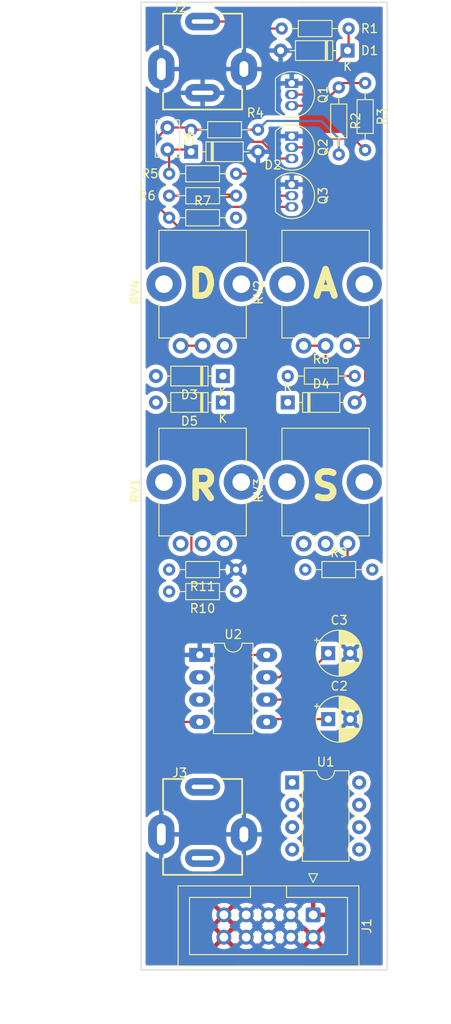
<source format=kicad_pcb>
(kicad_pcb (version 20211014) (generator pcbnew)
  (layers (0 "F.Cu" signal) (31 "B.Cu" signal) (34 "B.Paste" user) (35 "F.Paste" user) (36 "B.SilkS" user "B.Silkscreen") (37 "F.SilkS" user "F.Silkscreen") (38 "B.Mask" user) (39 "F.Mask" user) (44 "Edge.Cuts" user))
  (net 0 "")
  (net 1 "Net-(C1-Pad2)")
  (net 2 "GND")
  (net 3 "Net-(D3-Pad1)")
  (net 4 "Net-(D4-Pad2)")
  (net 5 "Net-(D5-Pad1)")
  (net 6 "-12V")
  (net 7 "+12V")
  (net 9 "Net-(Q1-Pad3)")
  (net 10 "Net-(Q2-Pad2)")
  (net 11 "Net-(Q3-Pad2)")
  (net 12 "Net-(R9-Pad1)")
  (net 13 "Net-(D6-Pad1)")
  (net 16 "/RES")
  (net 17 "/CV")
  (net 18 "/THR")
  (net 19 "/BUFA")
  (net 20 "/IN")
  (net 21 "/OUT")
  (net 22 "/TR")
  (net 23 "/QO")
  (net 24 "/LOOP1")
  (net 25 "/DIS")
  (net 26 "/SUSPOT")
  (net 27 "/REL")
  (net 28 "/ATT")
  (net 29 "/DEC")
  (footprint "Diode_THT:D_DO-35_SOD27_P7.62mm_Horizontal" (layer "F.Cu") (at 9.31 45.5 180)
    (fp_text reference "D5" (at 3.81 -2.12) (layer "F.SilkS"))
    (fp_text value "1N4148")
    (fp_text user "K" (at 0 -1.8) (layer "F.SilkS"))
    (pad "1" thru_hole rect (at 0 0 180) (size 1.6 1.6) (drill 0.8) (layers *.Cu *.Mask) (net 5 "Net-(D5-Pad1)"))
    (pad "2" thru_hole oval (at 7.62 0 180) (size 1.6 1.6) (drill 0.8) (layers *.Cu *.Mask) (net 18 "/THR"))
  )
  (footprint "Connector_IDC:IDC-Header_2x05_P2.54mm_Vertical" (layer "F.Cu") (at 19.58 103.7475 -90)
    (fp_text reference "J1" (at 1.27 -6.1 90) (layer "F.SilkS"))
    (fp_text value "Conn_02x05")
    (pad "1" thru_hole roundrect (at 0 0 270) (size 1.7 1.7) (drill 1) (layers *.Cu *.Mask) (roundrect_rratio 0.147059) (net 6 "-12V"))
    (pad "2" thru_hole circle (at 2.54 0 270) (size 1.7 1.7) (drill 1) (layers *.Cu *.Mask) (net 6 "-12V"))
    (pad "3" thru_hole circle (at 0 2.54 270) (size 1.7 1.7) (drill 1) (layers *.Cu *.Mask) (net 2 "GND"))
    (pad "4" thru_hole circle (at 2.54 2.54 270) (size 1.7 1.7) (drill 1) (layers *.Cu *.Mask) (net 2 "GND"))
    (pad "5" thru_hole circle (at 0 5.08 270) (size 1.7 1.7) (drill 1) (layers *.Cu *.Mask) (net 2 "GND"))
    (pad "6" thru_hole circle (at 2.54 5.08 270) (size 1.7 1.7) (drill 1) (layers *.Cu *.Mask) (net 2 "GND"))
    (pad "7" thru_hole circle (at 0 7.62 270) (size 1.7 1.7) (drill 1) (layers *.Cu *.Mask) (net 2 "GND"))
    (pad "8" thru_hole circle (at 2.54 7.62 270) (size 1.7 1.7) (drill 1) (layers *.Cu *.Mask) (net 2 "GND"))
    (pad "9" thru_hole circle (at 0 10.16 270) (size 1.7 1.7) (drill 1) (layers *.Cu *.Mask) (net 7 "+12V"))
    (pad "10" thru_hole circle (at 2.54 10.16 270) (size 1.7 1.7) (drill 1) (layers *.Cu *.Mask) (net 7 "+12V"))
  )
  (footprint "Potentiometer_THT:Potentiometer_Bourns_PTV09A-1_Single_Vertical" (layer "F.Cu") (at 23.5 61.55 90)
    (fp_text reference "RV3" (at 6.05 -10.15 90) (layer "F.SilkS"))
    (fp_text value "10K")
    (pad "" np_thru_hole circle (at 7 -6.9 90) (size 4 4) (drill 2) (layers *.Cu *.Mask))
    (pad "" np_thru_hole circle (at 7 1.9 90) (size 4 4) (drill 2) (layers *.Cu *.Mask))
    (pad "1" thru_hole circle (at 0 0 90) (size 1.8 1.8) (drill 1) (layers *.Cu *.Mask) (net 25 "/DIS"))
    (pad "2" thru_hole circle (at 0 -2.5 90) (size 1.8 1.8) (drill 1) (layers *.Cu *.Mask) (net 26 "/SUSPOT"))
    (pad "3" thru_hole circle (at 0 -5 90) (size 1.8 1.8) (drill 1) (layers *.Cu *.Mask) (net 12 "Net-(R9-Pad1)"))
  )
  (footprint "Resistor_THT:R_Axial_DIN0204_L3.6mm_D1.6mm_P7.62mm_Horizontal" (layer "F.Cu") (at 22.5 9.69 -90)
    (fp_text reference "R2" (at 3.81 -1.92 90) (layer "F.SilkS"))
    (fp_text value "4.7K")
    (pad "1" thru_hole circle (at 0 0 270) (size 1.4 1.4) (drill 0.7) (layers *.Cu *.Mask) (net 9 "Net-(Q1-Pad3)"))
    (pad "2" thru_hole oval (at 7.62 0 270) (size 1.4 1.4) (drill 0.7) (layers *.Cu *.Mask) (net 7 "+12V"))
  )
  (footprint "Diode_THT:D_DO-35_SOD27_P7.62mm_Horizontal" (layer "F.Cu") (at 16.69 45.5)
    (fp_text reference "D4" (at 3.81 -2.12) (layer "F.SilkS"))
    (fp_text value "1N4148")
    (fp_text user "K" (at 0 -1.8) (layer "F.SilkS"))
    (pad "1" thru_hole rect (at 0 0) (size 1.6 1.6) (drill 0.8) (layers *.Cu *.Mask) (net 18 "/THR"))
    (pad "2" thru_hole oval (at 7.62 0) (size 1.6 1.6) (drill 0.8) (layers *.Cu *.Mask) (net 4 "Net-(D4-Pad2)"))
  )
  (footprint "Package_TO_SOT_THT:TO-92_Inline" (layer "F.Cu") (at 17.14 15.23 -90)
    (fp_text reference "Q2" (at 1.27 -3.56 90) (layer "F.SilkS"))
    (fp_text value "2N3904")
    (pad "1" thru_hole rect (at 0 0 270) (size 1.05 1.5) (drill 0.75) (layers *.Cu *.Mask) (net 2 "GND"))
    (pad "2" thru_hole oval (at 1.27 0 270) (size 1.05 1.5) (drill 0.75) (layers *.Cu *.Mask) (net 10 "Net-(Q2-Pad2)"))
    (pad "3" thru_hole oval (at 2.54 0 270) (size 1.05 1.5) (drill 0.75) (layers *.Cu *.Mask) (net 16 "/RES"))
  )
  (footprint "Capacitor_THT:C_Rect_L4.0mm_W2.5mm_P2.50mm" (layer "F.Cu") (at 3 14.25 -90)
    (fp_text reference "C1" (at 1.25 -2.5 90) (layer "F.SilkS"))
    (fp_text value "0.1uF")
    (pad "1" thru_hole circle (at 0 0 270) (size 1.6 1.6) (drill 0.8) (layers *.Cu *.Mask) (net 16 "/RES"))
    (pad "2" thru_hole circle (at 2.5 0 270) (size 1.6 1.6) (drill 0.8) (layers *.Cu *.Mask) (net 1 "Net-(C1-Pad2)"))
  )
  (footprint "Resistor_THT:R_Axial_DIN0204_L3.6mm_D1.6mm_P7.62mm_Horizontal" (layer "F.Cu") (at 3.19 22)
    (fp_text reference "R6" (at -2.5 0) (layer "F.SilkS"))
    (fp_text value "4.7K")
    (pad "1" thru_hole circle (at 0 0) (size 1.4 1.4) (drill 0.7) (layers *.Cu *.Mask) (net 22 "/TR"))
    (pad "2" thru_hole oval (at 7.62 0) (size 1.4 1.4) (drill 0.7) (layers *.Cu *.Mask) (net 7 "+12V"))
  )
  (footprint "Resistor_THT:R_Axial_DIN0204_L3.6mm_D1.6mm_P7.62mm_Horizontal" (layer "F.Cu") (at 10.81 67 180)
    (fp_text reference "R10" (at 3.81 -1.92) (layer "F.SilkS"))
    (fp_text value "100")
    (pad "1" thru_hole circle (at 0 0 180) (size 1.4 1.4) (drill 0.7) (layers *.Cu *.Mask) (net 24 "/LOOP1"))
    (pad "2" thru_hole oval (at 7.62 0 180) (size 1.4 1.4) (drill 0.7) (layers *.Cu *.Mask) (net 29 "/DEC"))
  )
  (footprint "Potentiometer_THT:Potentiometer_Bourns_PTV09A-1_Single_Vertical" (layer "F.Cu") (at 9.5 39.05 90)
    (fp_text reference "RV4" (at 6.05 -10.15 90) (layer "F.SilkS"))
    (fp_text value "1M")
    (pad "" np_thru_hole circle (at 7 1.9 90) (size 4 4) (drill 2) (layers *.Cu *.Mask))
    (pad "" np_thru_hole circle (at 7 -6.9 90) (size 4 4) (drill 2) (layers *.Cu *.Mask))
    (pad "1" thru_hole circle (at 0 0 90) (size 1.8 1.8) (drill 1) (layers *.Cu *.Mask) (net 5 "Net-(D5-Pad1)"))
    (pad "2" thru_hole circle (at 0 -2.5 90) (size 1.8 1.8) (drill 1) (layers *.Cu *.Mask) (net 29 "/DEC"))
    (pad "3" thru_hole circle (at 0 -5 90) (size 1.8 1.8) (drill 1) (layers *.Cu *.Mask) (net 29 "/DEC"))
  )
  (footprint "Capacitor_THT:CP_Radial_D5.0mm_P2.50mm" (layer "F.Cu") (at 21.294888 81.5)
    (fp_text reference "C2" (at 1.25 -3.75) (layer "F.SilkS"))
    (fp_text value "10uF")
    (pad "1" thru_hole rect (at 0 0) (size 1.6 1.6) (drill 0.8) (layers *.Cu *.Mask) (net 17 "/CV"))
    (pad "2" thru_hole circle (at 2.5 0) (size 1.6 1.6) (drill 0.8) (layers *.Cu *.Mask) (net 2 "GND"))
  )
  (footprint "Resistor_THT:R_Axial_DIN0204_L3.6mm_D1.6mm_P7.62mm_Horizontal" (layer "F.Cu") (at 3.19 24.5)
    (fp_text reference "R7" (at 3.81 -1.92) (layer "F.SilkS"))
    (fp_text value "100")
    (pad "1" thru_hole circle (at 0 0) (size 1.4 1.4) (drill 0.7) (layers *.Cu *.Mask) (net 16 "/RES"))
    (pad "2" thru_hole oval (at 7.62 0) (size 1.4 1.4) (drill 0.7) (layers *.Cu *.Mask) (net 27 "/REL"))
  )
  (footprint "Potentiometer_THT:Potentiometer_Bourns_PTV09A-1_Single_Vertical" (layer "F.Cu") (at 23.5 39.05 90)
    (fp_text reference "RV2" (at 6.05 -10.15 90) (layer "F.SilkS"))
    (fp_text value "1M")
    (pad "" np_thru_hole circle (at 7 1.9 90) (size 4 4) (drill 2) (layers *.Cu *.Mask))
    (pad "" np_thru_hole circle (at 7 -6.9 90) (size 4 4) (drill 2) (layers *.Cu *.Mask))
    (pad "1" thru_hole circle (at 0 0 90) (size 1.8 1.8) (drill 1) (layers *.Cu *.Mask) (net 4 "Net-(D4-Pad2)"))
    (pad "2" thru_hole circle (at 0 -2.5 90) (size 1.8 1.8) (drill 1) (layers *.Cu *.Mask) (net 28 "/ATT"))
    (pad "3" thru_hole circle (at 0 -5 90) (size 1.8 1.8) (drill 1) (layers *.Cu *.Mask) (net 28 "/ATT"))
  )
  (footprint "Resistor_THT:R_Axial_DIN0204_L3.6mm_D1.6mm_P7.62mm_Horizontal" (layer "F.Cu") (at 10.81 64.5 180)
    (fp_text reference "R11" (at 3.81 -1.92) (layer "F.SilkS"))
    (fp_text value "10K")
    (pad "1" thru_hole circle (at 0 0 180) (size 1.4 1.4) (drill 0.7) (layers *.Cu *.Mask) (net 2 "GND"))
    (pad "2" thru_hole oval (at 7.62 0 180) (size 1.4 1.4) (drill 0.7) (layers *.Cu *.Mask) (net 13 "Net-(D6-Pad1)"))
  )
  (footprint "Diode_THT:D_DO-35_SOD27_P7.62mm_Horizontal" (layer "F.Cu") (at 9.31 42.5 180)
    (fp_text reference "D3" (at 3.81 -2.12) (layer "F.SilkS"))
    (fp_text value "1N4148")
    (fp_text user "K" (at 0 -1.8) (layer "F.SilkS"))
    (pad "1" thru_hole rect (at 0 0 180) (size 1.6 1.6) (drill 0.8) (layers *.Cu *.Mask) (net 3 "Net-(D3-Pad1)"))
    (pad "2" thru_hole oval (at 7.62 0 180) (size 1.6 1.6) (drill 0.8) (layers *.Cu *.Mask) (net 18 "/THR"))
  )
  (footprint "AudioJacks:Jack_3.5mm_QingPu_WQP-PJ301BM_Vertical" (layer "F.Cu") (at 7 94)
    (fp_text reference "J3" (at -2.6 -6.4) (layer "F.SilkS"))
    (fp_text value "PJ-301BM")
    (pad "S" thru_hole oval locked (at 4.7 0.6 90) (size 3.8 3) (drill oval 1.8 1) (layers *.Cu *.Mask) (net 2 "GND"))
    (pad "S" thru_hole oval locked (at -4.7 0.6 90) (size 4.5 3) (drill oval 2.5 1) (layers *.Cu *.Mask) (net 2 "GND"))
    (pad "T" thru_hole oval locked (at 0 -4.8) (size 4 2) (drill oval 2.5 0.5) (layers *.Cu *.Mask) (net 21 "/OUT"))
    (pad "TN" thru_hole oval locked (at 0 3.3) (size 4 2) (drill oval 2.5 0.5) (layers *.Cu *.Mask))
  )
  (footprint "Resistor_THT:R_Axial_DIN0204_L3.6mm_D1.6mm_P7.62mm_Horizontal" (layer "F.Cu") (at 16 3)
    (fp_text reference "R1" (at 10 0) (layer "F.SilkS"))
    (fp_text value "10K")
    (pad "1" thru_hole circle (at 0 0) (size 1.4 1.4) (drill 0.7) (layers *.Cu *.Mask) (net 20 "/IN"))
    (pad "2" thru_hole oval (at 7.62 0) (size 1.4 1.4) (drill 0.7) (layers *.Cu *.Mask) (net 19 "/BUFA"))
  )
  (footprint "Package_TO_SOT_THT:TO-92_Inline" (layer "F.Cu") (at 17.14 9.23 -90)
    (fp_text reference "Q1" (at 1.27 -3.56 90) (layer "F.SilkS"))
    (fp_text value "2N3904")
    (pad "1" thru_hole rect (at 0 0 270) (size 1.05 1.5) (drill 0.75) (layers *.Cu *.Mask) (net 2 "GND"))
    (pad "2" thru_hole oval (at 1.27 0 270) (size 1.05 1.5) (drill 0.75) (layers *.Cu *.Mask) (net 19 "/BUFA"))
    (pad "3" thru_hole oval (at 2.54 0 270) (size 1.05 1.5) (drill 0.75) (layers *.Cu *.Mask) (net 9 "Net-(Q1-Pad3)"))
  )
  (footprint "Package_DIP:DIP-8_W7.62mm_LongPads" (layer "F.Cu") (at 6.675 74.2)
    (fp_text reference "U2" (at 3.81 -2.33) (layer "F.SilkS"))
    (fp_text value "LM555N")
    (pad "1" thru_hole rect (at 0 0) (size 2.4 1.6) (drill 0.8) (layers *.Cu *.Mask) (net 2 "GND"))
    (pad "2" thru_hole oval (at 0 2.54) (size 2.4 1.6) (drill 0.8) (layers *.Cu *.Mask) (net 22 "/TR"))
    (pad "3" thru_hole oval (at 0 5.08) (size 2.4 1.6) (drill 0.8) (layers *.Cu *.Mask) (net 23 "/QO"))
    (pad "4" thru_hole oval (at 0 7.62) (size 2.4 1.6) (drill 0.8) (layers *.Cu *.Mask) (net 16 "/RES"))
    (pad "5" thru_hole oval (at 7.62 7.62) (size 2.4 1.6) (drill 0.8) (layers *.Cu *.Mask) (net 17 "/CV"))
    (pad "6" thru_hole oval (at 7.62 5.08) (size 2.4 1.6) (drill 0.8) (layers *.Cu *.Mask) (net 18 "/THR"))
    (pad "7" thru_hole oval (at 7.62 2.54) (size 2.4 1.6) (drill 0.8) (layers *.Cu *.Mask) (net 25 "/DIS"))
    (pad "8" thru_hole oval (at 7.62 0) (size 2.4 1.6) (drill 0.8) (layers *.Cu *.Mask) (net 7 "+12V"))
  )
  (footprint "Diode_THT:D_DO-35_SOD27_P7.62mm_Horizontal" (layer "F.Cu") (at 5.69 17)
    (fp_text reference "D2" (at 9.31 1.5) (layer "F.SilkS"))
    (fp_text value "1N4148")
    (fp_text user "K" (at 0 -1.8) (layer "F.SilkS"))
    (pad "1" thru_hole rect (at 0 0) (size 1.6 1.6) (drill 0.8) (layers *.Cu *.Mask) (net 1 "Net-(C1-Pad2)"))
    (pad "2" thru_hole oval (at 7.62 0) (size 1.6 1.6) (drill 0.8) (layers *.Cu *.Mask) (net 2 "GND"))
  )
  (footprint "Capacitor_THT:CP_Radial_D5.0mm_P2.50mm" (layer "F.Cu") (at 21.294888 74)
    (fp_text reference "C3" (at 1.25 -3.75) (layer "F.SilkS"))
    (fp_text value "1uF")
    (pad "1" thru_hole rect (at 0 0) (size 1.6 1.6) (drill 0.8) (layers *.Cu *.Mask) (net 18 "/THR"))
    (pad "2" thru_hole circle (at 2.5 0) (size 1.6 1.6) (drill 0.8) (layers *.Cu *.Mask) (net 2 "GND"))
  )
  (footprint "Resistor_THT:R_Axial_DIN0204_L3.6mm_D1.6mm_P7.62mm_Horizontal" (layer "F.Cu") (at 25.5 9.19 -90)
    (fp_text reference "R3" (at 3.81 -1.92 90) (layer "F.SilkS"))
    (fp_text value "22K")
    (pad "1" thru_hole circle (at 0 0 270) (size 1.4 1.4) (drill 0.7) (layers *.Cu *.Mask) (net 9 "Net-(Q1-Pad3)"))
    (pad "2" thru_hole oval (at 7.62 0 270) (size 1.4 1.4) (drill 0.7) (layers *.Cu *.Mask) (net 10 "Net-(Q2-Pad2)"))
  )
  (footprint "AudioJacks:Jack_3.5mm_QingPu_WQP-PJ301BM_Vertical" (layer "F.Cu") (at 7 7)
    (fp_text reference "J2" (at -2.6 -6.4) (layer "F.SilkS"))
    (fp_text value "PJ-301BM")
    (pad "S" thru_hole oval locked (at 4.7 0.6 90) (size 3.8 3) (drill oval 1.8 1) (layers *.Cu *.Mask) (net 2 "GND"))
    (pad "S" thru_hole oval locked (at -4.7 0.6 90) (size 4.5 3) (drill oval 2.5 1) (layers *.Cu *.Mask) (net 2 "GND"))
    (pad "T" thru_hole oval locked (at 0 -4.8) (size 4 2) (drill oval 2.5 0.5) (layers *.Cu *.Mask) (net 20 "/IN"))
    (pad "TN" thru_hole oval locked (at 0 3.3) (size 4 2) (drill oval 2.5 0.5) (layers *.Cu *.Mask) (net 2 "GND"))
  )
  (footprint "Resistor_THT:R_Axial_DIN0204_L3.6mm_D1.6mm_P7.62mm_Horizontal" (layer "F.Cu") (at 18.69 64.5)
    (fp_text reference "R9" (at 3.81 -1.92) (layer "F.SilkS"))
    (fp_text value "4.7K")
    (pad "1" thru_hole circle (at 0 0) (size 1.4 1.4) (drill 0.7) (layers *.Cu *.Mask) (net 12 "Net-(R9-Pad1)"))
    (pad "2" thru_hole oval (at 7.62 0) (size 1.4 1.4) (drill 0.7) (layers *.Cu *.Mask) (net 7 "+12V"))
  )
  (footprint "Diode_THT:D_DO-35_SOD27_P7.62mm_Horizontal" (layer "F.Cu") (at 23.5 5.5 180)
    (fp_text reference "D1" (at -2.5 0) (layer "F.SilkS"))
    (fp_text value "BAT41")
    (fp_text user "K" (at 0 -1.8) (layer "F.SilkS"))
    (pad "1" thru_hole rect (at 0 0 180) (size 1.6 1.6) (drill 0.8) (layers *.Cu *.Mask) (net 19 "/BUFA"))
    (pad "2" thru_hole oval (at 7.62 0 180) (size 1.6 1.6) (drill 0.8) (layers *.Cu *.Mask) (net 2 "GND"))
  )
  (footprint "Package_DIP:DIP-8_W7.62mm" (layer "F.Cu") (at 17.2 88.7)
    (fp_text reference "U1" (at 3.81 -2.33) (layer "F.SilkS"))
    (fp_text value "TL072")
    (pad "1" thru_hole rect (at 0 0) (size 1.6 1.6) (drill 0.8) (layers *.Cu *.Mask) (net 24 "/LOOP1"))
    (pad "2" thru_hole oval (at 0 2.54) (size 1.6 1.6) (drill 0.8) (layers *.Cu *.Mask) (net 24 "/LOOP1"))
    (pad "3" thru_hole oval (at 0 5.08) (size 1.6 1.6) (drill 0.8) (layers *.Cu *.Mask) (net 26 "/SUSPOT"))
    (pad "4" thru_hole oval (at 0 7.62) (size 1.6 1.6) (drill 0.8) (layers *.Cu *.Mask))
    (pad "5" thru_hole oval (at 7.62 7.62) (size 1.6 1.6) (drill 0.8) (layers *.Cu *.Mask) (net 18 "/THR"))
    (pad "6" thru_hole oval (at 7.62 5.08) (size 1.6 1.6) (drill 0.8) (layers *.Cu *.Mask) (net 21 "/OUT"))
    (pad "7" thru_hole oval (at 7.62 2.54) (size 1.6 1.6) (drill 0.8) (layers *.Cu *.Mask) (net 21 "/OUT"))
    (pad "8" thru_hole oval (at 7.62 0) (size 1.6 1.6) (drill 0.8) (layers *.Cu *.Mask))
  )
  (footprint "Resistor_THT:R_Axial_DIN0204_L3.6mm_D1.6mm_P7.62mm_Horizontal" (layer "F.Cu") (at 16.69 42.5)
    (fp_text reference "R8" (at 3.81 -1.92) (layer "F.SilkS"))
    (fp_text value "100")
    (pad "1" thru_hole circle (at 0 0) (size 1.4 1.4) (drill 0.7) (layers *.Cu *.Mask) (net 23 "/QO"))
    (pad "2" thru_hole oval (at 7.62 0) (size 1.4 1.4) (drill 0.7) (layers *.Cu *.Mask) (net 28 "/ATT"))
  )
  (footprint "Package_TO_SOT_THT:TO-92_Inline" (layer "F.Cu") (at 17.14 20.73 -90)
    (fp_text reference "Q3" (at 1.27 -3.56 90) (layer "F.SilkS"))
    (fp_text value "2N3904")
    (pad "1" thru_hole rect (at 0 0 270) (size 1.05 1.5) (drill 0.75) (layers *.Cu *.Mask) (net 2 "GND"))
    (pad "2" thru_hole oval (at 1.27 0 270) (size 1.05 1.5) (drill 0.75) (layers *.Cu *.Mask) (net 11 "Net-(Q3-Pad2)"))
    (pad "3" thru_hole oval (at 2.54 0 270) (size 1.05 1.5) (drill 0.75) (layers *.Cu *.Mask) (net 22 "/TR"))
  )
  (footprint "Potentiometer_THT:Potentiometer_Bourns_PTV09A-1_Single_Vertical" (layer "F.Cu") (at 9.5 61.55 90)
    (fp_text reference "RV1" (at 6.05 -10.15 90) (layer "F.SilkS"))
    (fp_text value "1M")
    (pad "" np_thru_hole circle (at 7 -6.9 90) (size 4 4) (drill 2) (layers *.Cu *.Mask))
    (pad "" np_thru_hole circle (at 7 1.9 90) (size 4 4) (drill 2) (layers *.Cu *.Mask))
    (pad "1" thru_hole circle (at 0 0 90) (size 1.8 1.8) (drill 1) (layers *.Cu *.Mask) (net 3 "Net-(D3-Pad1)"))
    (pad "2" thru_hole circle (at 0 -2.5 90) (size 1.8 1.8) (drill 1) (layers *.Cu *.Mask) (net 27 "/REL"))
    (pad "3" thru_hole circle (at 0 -5 90) (size 1.8 1.8) (drill 1) (layers *.Cu *.Mask) (net 27 "/REL"))
  )
  (footprint "Resistor_THT:R_Axial_DIN0204_L3.6mm_D1.6mm_P7.62mm_Horizontal" (layer "F.Cu") (at 5.69 14.5)
    (fp_text reference "R4" (at 7.31 -1.92) (layer "F.SilkS"))
    (fp_text value "4.7K")
    (pad "1" thru_hole circle (at 0 0) (size 1.4 1.4) (drill 0.7) (layers *.Cu *.Mask) (net 16 "/RES"))
    (pad "2" thru_hole oval (at 7.62 0) (size 1.4 1.4) (drill 0.7) (layers *.Cu *.Mask) (net 7 "+12V"))
  )
  (footprint "Resistor_THT:R_Axial_DIN0204_L3.6mm_D1.6mm_P7.62mm_Horizontal" (layer "F.Cu") (at 3.19 19.5)
    (fp_text reference "R5" (at -2.19 0) (layer "F.SilkS"))
    (fp_text value "10K")
    (pad "1" thru_hole circle (at 0 0) (size 1.4 1.4) (drill 0.7) (layers *.Cu *.Mask) (net 1 "Net-(C1-Pad2)"))
    (pad "2" thru_hole oval (at 7.62 0) (size 1.4 1.4) (drill 0.7) (layers *.Cu *.Mask) (net 11 "Net-(Q3-Pad2)"))
  )
  (gr_rect (start 0 0) (end 28 110) (layer "Edge.Cuts") (width 0.1) (fill none))
  (gr_text "A" (at 21 32) (layer "F.SilkS") (effects (font (size 3 3) (thickness 0.75))))
  (gr_text "S" (at 21 55) (layer "F.SilkS") (effects (font (size 3 3) (thickness 0.75))))
  (gr_text "R" (at 7 55) (layer "F.SilkS") (effects (font (size 3 3) (thickness 0.75))))
  (gr_text "D" (at 7 32) (layer "F.SilkS") (effects (font (size 3 3) (thickness 0.75))))
  (segment (start 3.19 19.5) (end 3.19 16.94) (width 0.25) (layer "F.Cu") (net 1))
  (segment (start 5.44 16.75) (end 5.69 17) (width 0.25) (layer "F.Cu") (net 1))
  (segment (start 3.19 16.94) (end 3 16.75) (width 0.25) (layer "F.Cu") (net 1))
  (segment (start 3 16.75) (end 5.44 16.75) (width 0.25) (layer "F.Cu") (net 1))
  (segment (start 25.5 39.5) (end 25.5 44.31) (width 0.25) (layer "F.Cu") (net 4))
  (segment (start 25.5 44.31) (end 24.31 45.5) (width 0.25) (layer "F.Cu") (net 4))
  (segment (start 25.05 39.05) (end 25.5 39.5) (width 0.25) (layer "F.Cu") (net 4))
  (segment (start 23.5 39.05) (end 25.05 39.05) (width 0.25) (layer "F.Cu") (net 4))
  (segment (start 13.31 14.5) (end 10.5 14.5) (width 0.25) (layer "F.Cu") (net 7))
  (segment (start 14.295 74.2) (end 10.8 74.2) (width 0.25) (layer "F.Cu") (net 7))
  (segment (start 10.8 74.2) (end 10.5 74.5) (width 0.25) (layer "F.Cu") (net 7))
  (segment (start 20.5 13.5) (end 14.31 13.5) (width 0.25) (layer "B.Cu") (net 7))
  (segment (start 22.5 15.5) (end 20.5 13.5) (width 0.25) (layer "B.Cu") (net 7))
  (segment (start 14.31 13.5) (end 13.31 14.5) (width 0.25) (layer "B.Cu") (net 7))
  (segment (start 22.5 17.31) (end 22.5 15.5) (width 0.25) (layer "B.Cu") (net 7))
  (segment (start 25.5 9.19) (end 23 9.19) (width 0.25) (layer "F.Cu") (net 9))
  (segment (start 20.42 11.77) (end 22.5 9.69) (width 0.25) (layer "F.Cu") (net 9))
  (segment (start 17.14 11.77) (end 20.42 11.77) (width 0.25) (layer "F.Cu") (net 9))
  (segment (start 23 9.19) (end 22.5 9.69) (width 0.25) (layer "F.Cu") (net 9))
  (segment (start 24.19 15.5) (end 25.5 16.81) (width 0.25) (layer "F.Cu") (net 10))
  (segment (start 20 16.5) (end 21 15.5) (width 0.25) (layer "F.Cu") (net 10))
  (segment (start 17.14 16.5) (end 20 16.5) (width 0.25) (layer "F.Cu") (net 10))
  (segment (start 21 15.5) (end 24.19 15.5) (width 0.25) (layer "F.Cu") (net 10))
  (segment (start 17.14 22) (end 15 22) (width 0.25) (layer "F.Cu") (net 11))
  (segment (start 15 22) (end 12.5 19.5) (width 0.25) (layer "F.Cu") (net 11))
  (segment (start 12.5 19.5) (end 10.81 19.5) (width 0.25) (layer "F.Cu") (net 11))
  (segment (start 17.14 17.77) (end 15.6703 17.77) (width 0.25) (layer "F.Cu") (net 16))
  (segment (start 5.724511 56.275489) (end 7 55) (width 0.25) (layer "F.Cu") (net 16))
  (segment (start 3.32 81.82) (end 2.5 81) (width 0.25) (layer "F.Cu") (net 16))
  (segment (start 3 36.5) (end 5.5 34) (width 0.25) (layer "F.Cu") (net 16))
  (segment (start 1 22.31) (end 1 16.25) (width 0.25) (layer "F.Cu") (net 16))
  (segment (start 3 14.25) (end 5.44 14.25) (width 0.25) (layer "F.Cu") (net 16))
  (segment (start 5.5 34) (end 5.5 26.81) (width 0.25) (layer "F.Cu") (net 16))
  (segment (start 7 55) (end 7 44.5) (width 0.25) (layer "F.Cu") (net 16))
  (segment (start 2.5 72.5) (end 5.724511 69.275489) (width 0.25) (layer "F.Cu") (net 16))
  (segment (start 5.724511 69.275489) (end 5.724511 56.275489) (width 0.25) (layer "F.Cu") (net 16))
  (segment (start 3.19 24.5) (end 1 22.31) (width 0.25) (layer "F.Cu") (net 16))
  (segment (start 7.5 14.5) (end 5.69 14.5) (width 0.25) (layer "F.Cu") (net 16))
  (segment (start 15.6703 17.77) (end 13.775789 15.875489) (width 0.25) (layer "F.Cu") (net 16))
  (segment (start 6.675 81.82) (end 3.32 81.82) (width 0.25) (layer "F.Cu") (net 16))
  (segment (start 2.5 81) (end 2.5 72.5) (width 0.25) (layer "F.Cu") (net 16))
  (segment (start 13.775789 15.875489) (end 8.875489 15.875489) (width 0.25) (layer "F.Cu") (net 16))
  (segment (start 5.44 14.25) (end 5.69 14.5) (width 0.25) (layer "F.Cu") (net 16))
  (segment (start 3 40.5) (end 3 36.5) (width 0.25) (layer "F.Cu") (net 16))
  (segment (start 7 44.5) (end 3 40.5) (width 0.25) (layer "F.Cu") (net 16))
  (segment (start 8.875489 15.875489) (end 7.5 14.5) (width 0.25) (layer "F.Cu") (net 16))
  (segment (start 1 16.25) (end 3 14.25) (width 0.25) (layer "F.Cu") (net 16))
  (segment (start 5.5 26.81) (end 3.19 24.5) (width 0.25) (layer "F.Cu") (net 16))
  (segment (start 14.615 81.5) (end 14.295 81.82) (width 0.25) (layer "F.Cu") (net 17))
  (segment (start 21.294888 81.5) (end 14.615 81.5) (width 0.25) (layer "F.Cu") (net 17))
  (segment (start 14.295 79.28) (end 16.014888 79.28) (width 0.25) (layer "F.Cu") (net 18))
  (segment (start 16.014888 79.28) (end 21.294888 74) (width 0.25) (layer "F.Cu") (net 18))
  (segment (start 18.5 10.5) (end 23.5 5.5) (width 0.25) (layer "F.Cu") (net 19))
  (segment (start 17.14 10.5) (end 18.5 10.5) (width 0.25) (layer "F.Cu") (net 19))
  (segment (start 23.62 3) (end 23.62 5.38) (width 0.25) (layer "F.Cu") (net 19))
  (segment (start 23.62 5.38) (end 23.5 5.5) (width 0.25) (layer "F.Cu") (net 19))
  (segment (start 11.7 2.2) (end 12.5 3) (width 0.25) (layer "F.Cu") (net 20))
  (segment (start 12.5 3) (end 16 3) (width 0.25) (layer "F.Cu") (net 20))
  (segment (start 7 2.2) (end 11.7 2.2) (width 0.25) (layer "F.Cu") (net 20))
  (segment (start 6.77 23.27) (end 5.5 22) (width 0.25) (layer "F.Cu") (net 22))
  (segment (start 5.5 22) (end 3.19 22) (width 0.25) (layer "F.Cu") (net 22))
  (segment (start 17.14 23.27) (end 6.77 23.27) (width 0.25) (layer "F.Cu") (net 22))
  (segment (start 15.76 76.74) (end 23.5 69) (width 0.25) (layer "F.Cu") (net 25))
  (segment (start 14.295 76.74) (end 15.76 76.74) (width 0.25) (layer "F.Cu") (net 25))
  (segment (start 23.5 69) (end 23.5 61.55) (width 0.25) (layer "F.Cu") (net 25))
  (segment (start 21 42) (end 21.5 42.5) (width 0.25) (layer "F.Cu") (net 28))
  (segment (start 21.5 42.5) (end 24.31 42.5) (width 0.25) (layer "F.Cu") (net 28))
  (segment (start 21 39.05) (end 21 42) (width 0.25) (layer "F.Cu") (net 28))
  (segment (start 18.5 39.05) (end 21 39.05) (width 0.25) (layer "F.Cu") (net 28))
  (segment (start 4.5 39.05) (end 7 39.05) (width 0.25) (layer "F.Cu") (net 29))
  (zone (net 7) (net_name "+12V") (layer "F.Cu") (connect_pads (clearance 0.508)) (min_thickness 0.254) (fill yes (thermal_gap 0.508) (thermal_bridge_width 0.508))
    (polygon (pts (xy 11 110) (xy 0 110) (xy 0 0) (xy 11 0)))
  )
  (zone (net 6) (net_name "-12V") (layer "F.Cu") (connect_pads (clearance 0.508)) (min_thickness 0.254) (fill yes (thermal_gap 0.508) (thermal_bridge_width 0.508))
    (polygon (pts (xy 28 110) (xy 18 110) (xy 18 0) (xy 28 0)))
  )
  (zone (net 2) (net_name "GND") (layer "B.Cu") (connect_pads (clearance 0.508)) (min_thickness 0.254) (fill yes (thermal_gap 0.508) (thermal_bridge_width 0.508))
    (polygon (pts (xy 28 110) (xy 0 110) (xy 0 0) (xy 28 0)))
  )
)
</source>
